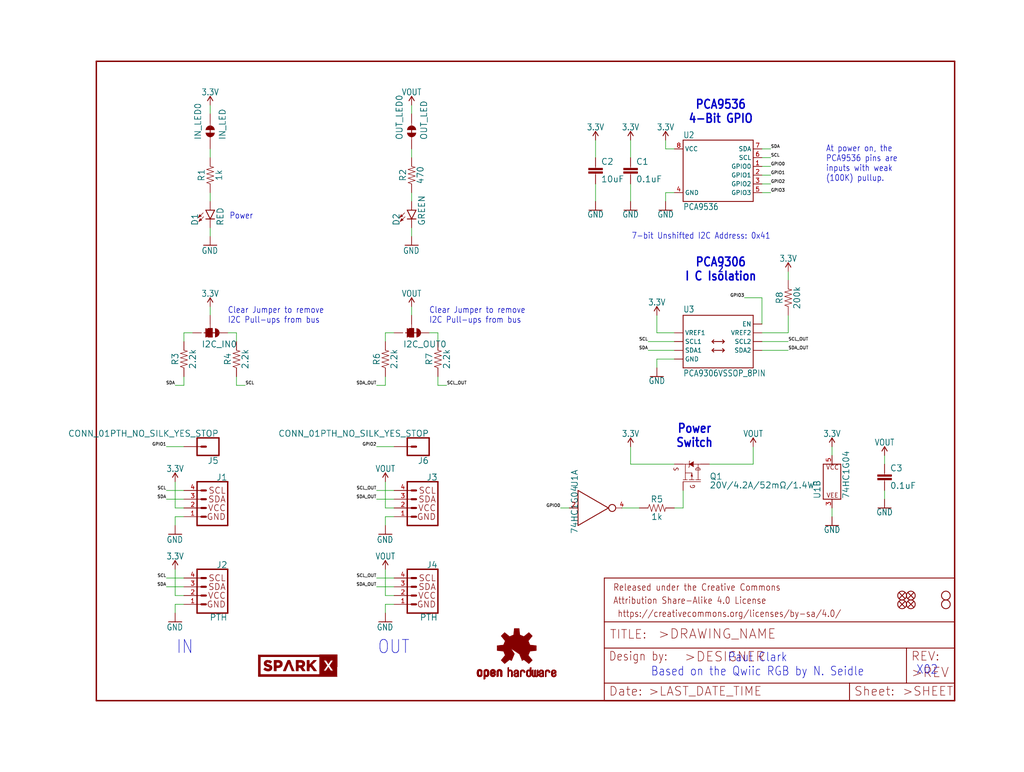
<source format=kicad_sch>
(kicad_sch (version 20211123) (generator eeschema)
  (paper "User" 297.002 223.926)
  (lib_symbols
    (symbol "eagleSchem-eagle-import:0.1UF-0603-25V-(+80{slash}-20%)"
      (property "Reference" "C" (at 1.524 2.921 0))
      (property "Value" "0.1UF-0603-25V-(+80{slash}-20%)" (at 1.524 -2.159 0))
      (symbol "0.1UF-0603-25V-(+80{slash}-20%)_1_0"
        (pin passive line (at 0 5.08 270) (length 2.54) (name "1") (number "1"))
        (pin passive line (at 0 -2.54 90) (length 2.54) (name "2") (number "2"))
      )
    )
    (symbol "eagleSchem-eagle-import:10UF-0603-6.3V-20%"
      (property "Reference" "C" (at 1.524 2.921 0))
      (property "Value" "10UF-0603-6.3V-20%" (at 1.524 -2.159 0))
      (symbol "10UF-0603-6.3V-20%_1_0"
        (pin passive line (at 0 5.08 270) (length 2.54) (name "1") (number "1"))
        (pin passive line (at 0 -2.54 90) (length 2.54) (name "2") (number "2"))
      )
    )
    (symbol "eagleSchem-eagle-import:1KOHM-0603-1{slash}10W-1%"
      (property "Reference" "R" (at 0 1.524 0))
      (property "Value" "1KOHM-0603-1{slash}10W-1%" (at 0 -1.524 0))
      (symbol "1KOHM-0603-1{slash}10W-1%_1_0"
        (pin passive line (at -5.08 0 0) (length 2.54) (name "1") (number "1"))
        (pin passive line (at 5.08 0 180) (length 2.54) (name "2") (number "2"))
      )
    )
    (symbol "eagleSchem-eagle-import:2.2KOHM-0603-1{slash}10W-1%"
      (property "Reference" "R" (at 0 1.524 0))
      (property "Value" "2.2KOHM-0603-1{slash}10W-1%" (at 0 -1.524 0))
      (symbol "2.2KOHM-0603-1{slash}10W-1%_1_0"
        (pin passive line (at -5.08 0 0) (length 2.54) (name "1") (number "1"))
        (pin passive line (at 5.08 0 180) (length 2.54) (name "2") (number "2"))
      )
    )
    (symbol "eagleSchem-eagle-import:200KOHM-0603-1{slash}10W-1%"
      (property "Reference" "R" (at 0 1.524 0))
      (property "Value" "200KOHM-0603-1{slash}10W-1%" (at 0 -1.524 0))
      (symbol "200KOHM-0603-1{slash}10W-1%_1_0"
        (pin passive line (at -5.08 0 0) (length 2.54) (name "1") (number "1"))
        (pin passive line (at 5.08 0 180) (length 2.54) (name "2") (number "2"))
      )
    )
    (symbol "eagleSchem-eagle-import:3.3V" (power)
      (property "Value" "3.3V" (at 0 2.794 0))
      (symbol "3.3V_1_0"
        (pin power_in line (at 0 0 90) (length 2.54) (name "3.3V") (number "1"))
      )
    )
    (symbol "eagleSchem-eagle-import:470OHM-0603-1{slash}10W-1%"
      (property "Reference" "R" (at 0 1.524 0))
      (property "Value" "470OHM-0603-1{slash}10W-1%" (at 0 -1.524 0))
      (symbol "470OHM-0603-1{slash}10W-1%_1_0"
        (pin passive line (at -5.08 0 0) (length 2.54) (name "1") (number "1"))
        (pin passive line (at 5.08 0 180) (length 2.54) (name "2") (number "2"))
      )
    )
    (symbol "eagleSchem-eagle-import:741G04"
      (property "Reference" "U" (at -3.302 -5.08 90))
      (property "Value" "741G04" (at 5.08 -5.08 90))
      (symbol "741G04_1_0"
        (pin bidirectional line (at -5.08 0 0) (length 2.54) (name "A") (number "2"))
        (pin bidirectional line (at 10.16 0 180) (length 0) (name "Y") (number "4"))
      )
      (symbol "741G04_2_0"
        (text "VCC" (at 0.127 3.429 0) (effects (font (size 1.27 1.27)) (justify bottom)))
        (text "VEE" (at 0.127 -4.699 0) (effects (font (size 1.27 1.27)) (justify bottom)))
        (pin bidirectional line (at 0 -7.62 90) (length 2.54) (name "P$V-") (number "3"))
        (pin bidirectional line (at 0 7.62 270) (length 2.54) (name "P$V+") (number "5"))
      )
    )
    (symbol "eagleSchem-eagle-import:CONN_01PTH_NO_SILK_YES_STOP"
      (property "Reference" "J" (at -2.54 3.048 0))
      (property "Value" "CONN_01PTH_NO_SILK_YES_STOP" (at -2.54 -4.826 0))
      (symbol "CONN_01PTH_NO_SILK_YES_STOP_1_0"
        (pin passive line (at 7.62 0 180) (length 5.08) (name "1") (number "1"))
      )
    )
    (symbol "eagleSchem-eagle-import:FIDUCIAL1X2")
    (symbol "eagleSchem-eagle-import:FRAME-LETTER"
      (symbol "FRAME-LETTER_2_0"
        (text " https://creativecommons.org/licenses/by-sa/4.0/" (at 2.54 24.13 0) (effects (font (size 1.9304 1.6408)) (justify left bottom)))
        (text ">DESIGNER" (at 23.114 11.176 0) (effects (font (size 2.7432 2.7432)) (justify left bottom)))
        (text ">DRAWING_NAME" (at 15.494 17.78 0) (effects (font (size 2.7432 2.7432)) (justify left bottom)))
        (text ">LAST_DATE_TIME" (at 12.7 1.27 0) (effects (font (size 2.54 2.54)) (justify left bottom)))
        (text ">REV" (at 88.9 6.604 0) (effects (font (size 2.7432 2.7432)) (justify left bottom)))
        (text ">SHEET" (at 86.36 1.27 0) (effects (font (size 2.54 2.54)) (justify left bottom)))
        (text "Attribution Share-Alike 4.0 License" (at 2.54 27.94 0) (effects (font (size 1.9304 1.6408)) (justify left bottom)))
        (text "Date:" (at 1.27 1.27 0) (effects (font (size 2.54 2.54)) (justify left bottom)))
        (text "Design by:" (at 1.27 11.43 0) (effects (font (size 2.54 2.159)) (justify left bottom)))
        (text "Released under the Creative Commons" (at 2.54 31.75 0) (effects (font (size 1.9304 1.6408)) (justify left bottom)))
        (text "REV:" (at 88.9 11.43 0) (effects (font (size 2.54 2.54)) (justify left bottom)))
        (text "Sheet:" (at 72.39 1.27 0) (effects (font (size 2.54 2.54)) (justify left bottom)))
        (text "TITLE:" (at 1.524 17.78 0) (effects (font (size 2.54 2.54)) (justify left bottom)))
      )
    )
    (symbol "eagleSchem-eagle-import:GND" (power)
      (property "Value" "GND" (at 0 -0.254 0))
      (symbol "GND_1_0"
        (pin power_in line (at 0 2.54 270) (length 2.54) (name "GND") (number "1"))
      )
    )
    (symbol "eagleSchem-eagle-import:I2C_STANDARDQWIIC"
      (property "Reference" "J" (at -5.08 7.874 0))
      (property "Value" "I2C_STANDARDQWIIC" (at -5.08 -5.334 0))
      (symbol "I2C_STANDARDQWIIC_1_0"
        (text "GND" (at -4.572 -2.54 0) (effects (font (size 1.778 1.778)) (justify left)))
        (text "SCL" (at -4.572 5.08 0) (effects (font (size 1.778 1.778)) (justify left)))
        (text "SDA" (at -4.572 2.54 0) (effects (font (size 1.778 1.778)) (justify left)))
        (text "VCC" (at -4.572 0 0) (effects (font (size 1.778 1.778)) (justify left)))
        (pin power_in line (at 7.62 -2.54 180) (length 5.08) (name "1") (number "1"))
        (pin power_in line (at 7.62 0 180) (length 5.08) (name "2") (number "2"))
        (pin passive line (at 7.62 2.54 180) (length 5.08) (name "3") (number "3"))
        (pin passive line (at 7.62 5.08 180) (length 5.08) (name "4") (number "4"))
      )
    )
    (symbol "eagleSchem-eagle-import:I2C_STANDARD_NO_SILK"
      (property "Reference" "J" (at -5.08 7.874 0))
      (property "Value" "I2C_STANDARD_NO_SILK" (at -5.08 -5.334 0))
      (symbol "I2C_STANDARD_NO_SILK_1_0"
        (text "GND" (at -4.572 -2.54 0) (effects (font (size 1.778 1.778)) (justify left)))
        (text "SCL" (at -4.572 5.08 0) (effects (font (size 1.778 1.778)) (justify left)))
        (text "SDA" (at -4.572 2.54 0) (effects (font (size 1.778 1.778)) (justify left)))
        (text "VCC" (at -4.572 0 0) (effects (font (size 1.778 1.778)) (justify left)))
        (pin power_in line (at 7.62 -2.54 180) (length 5.08) (name "1") (number "1"))
        (pin power_in line (at 7.62 0 180) (length 5.08) (name "2") (number "2"))
        (pin passive line (at 7.62 2.54 180) (length 5.08) (name "3") (number "3"))
        (pin passive line (at 7.62 5.08 180) (length 5.08) (name "4") (number "4"))
      )
    )
    (symbol "eagleSchem-eagle-import:JUMPER-SMT_2_NC_TRACE_SILK"
      (property "Reference" "JP" (at 0 3.048 0))
      (property "Value" "JUMPER-SMT_2_NC_TRACE_SILK" (at 0 -3.048 0))
      (symbol "JUMPER-SMT_2_NC_TRACE_SILK_1_0"
        (pin passive line (at -5.08 0 0) (length 2.54) (name "1") (number "1"))
        (pin passive line (at 5.08 0 180) (length 2.54) (name "2") (number "2"))
      )
    )
    (symbol "eagleSchem-eagle-import:JUMPER-SMT_3_2-NC_TRACE_SILK"
      (property "Reference" "JP" (at 6.096 1.524 0))
      (property "Value" "JUMPER-SMT_3_2-NC_TRACE_SILK" (at 6.858 -1.524 0))
      (symbol "JUMPER-SMT_3_2-NC_TRACE_SILK_1_0"
        (pin passive line (at 0 5.08 270) (length 2.54) (name "1") (number "1"))
        (pin passive line (at -5.08 0 0) (length 2.54) (name "2") (number "2"))
        (pin passive line (at 0 -5.08 90) (length 2.54) (name "3") (number "3"))
      )
    )
    (symbol "eagleSchem-eagle-import:LED-GREEN0603"
      (property "Reference" "D" (at -3.429 -4.572 90))
      (property "Value" "LED-GREEN0603" (at 1.905 -4.572 90))
      (symbol "LED-GREEN0603_1_0"
        (pin passive line (at 0 2.54 270) (length 2.54) (name "A") (number "A"))
        (pin passive line (at 0 -5.08 90) (length 2.54) (name "C") (number "C"))
      )
    )
    (symbol "eagleSchem-eagle-import:LED-RED0603"
      (property "Reference" "D" (at -3.429 -4.572 90))
      (property "Value" "LED-RED0603" (at 1.905 -4.572 90))
      (symbol "LED-RED0603_1_0"
        (pin passive line (at 0 2.54 270) (length 2.54) (name "A") (number "A"))
        (pin passive line (at 0 -5.08 90) (length 2.54) (name "C") (number "C"))
      )
    )
    (symbol "eagleSchem-eagle-import:MOSFET_PCH-DMG2305UX-7"
      (property "Reference" "Q" (at 5.08 0 0))
      (property "Value" "MOSFET_PCH-DMG2305UX-7" (at 5.08 -2.54 0))
      (symbol "MOSFET_PCH-DMG2305UX-7_1_0"
        (text "D" (at 0.508 2.54 0) (effects (font (size 1.27 1.0795)) (justify left bottom)))
        (text "G" (at -3.302 -0.508 0) (effects (font (size 1.27 1.0795)) (justify right top)))
        (text "S" (at 0.508 -3.81 0) (effects (font (size 1.27 1.0795)) (justify left bottom)))
        (pin bidirectional line (at -5.08 -2.54 0) (length 2.54) (name "G") (number "1"))
        (pin bidirectional line (at 2.54 -5.08 90) (length 2.54) (name "S") (number "2"))
        (pin bidirectional line (at 2.54 5.08 270) (length 2.54) (name "D") (number "3"))
      )
    )
    (symbol "eagleSchem-eagle-import:OSHW-LOGOMINI")
    (symbol "eagleSchem-eagle-import:PCA9306VSSOP_8PIN"
      (property "Reference" "U" (at -10.16 8.382 0))
      (property "Value" "PCA9306VSSOP_8PIN" (at -10.16 -10.16 0))
      (symbol "PCA9306VSSOP_8PIN_1_0"
        (pin power_in line (at -12.7 -5.08 0) (length 2.54) (name "GND") (number "P1"))
        (pin power_in line (at -12.7 2.54 0) (length 2.54) (name "VREF1") (number "P2"))
        (pin bidirectional line (at -12.7 0 0) (length 2.54) (name "SCL1") (number "P3"))
        (pin bidirectional line (at -12.7 -2.54 0) (length 2.54) (name "SDA1") (number "P4"))
        (pin bidirectional line (at 12.7 -2.54 180) (length 2.54) (name "SDA2") (number "P5"))
        (pin bidirectional line (at 12.7 0 180) (length 2.54) (name "SCL2") (number "P6"))
        (pin power_in line (at 12.7 2.54 180) (length 2.54) (name "VREF2") (number "P7"))
        (pin input line (at 12.7 5.08 180) (length 2.54) (name "EN") (number "P8"))
      )
    )
    (symbol "eagleSchem-eagle-import:PCA9536"
      (property "Reference" "U" (at -10.16 8.128 0))
      (property "Value" "PCA9536" (at -10.16 -12.7 0))
      (symbol "PCA9536_1_0"
        (pin bidirectional line (at 12.7 0 180) (length 2.54) (name "GPIO0") (number "1"))
        (pin bidirectional line (at 12.7 -2.54 180) (length 2.54) (name "GPIO1") (number "2"))
        (pin bidirectional line (at 12.7 -5.08 180) (length 2.54) (name "GPIO2") (number "3"))
        (pin bidirectional line (at -12.7 -7.62 0) (length 2.54) (name "GND") (number "4"))
        (pin bidirectional line (at 12.7 -7.62 180) (length 2.54) (name "GPIO3") (number "5"))
        (pin bidirectional line (at 12.7 2.54 180) (length 2.54) (name "SCL") (number "6"))
        (pin bidirectional line (at 12.7 5.08 180) (length 2.54) (name "SDA") (number "7"))
        (pin bidirectional line (at -12.7 5.08 0) (length 2.54) (name "VCC") (number "8"))
      )
    )
    (symbol "eagleSchem-eagle-import:SPARKX-LOGO4")
    (symbol "eagleSchem-eagle-import:STAND-OFF")
    (symbol "eagleSchem-eagle-import:VOUT" (power)
      (property "Value" "VOUT" (at 0 2.794 0))
      (symbol "VOUT_1_0"
        (pin power_in line (at 0 0 90) (length 2.54) (name "VOUT") (number "1"))
      )
    )
  )
  (wire (pts (xy 50.8 147.32) (xy 50.8 139.7)))
  (wire (pts (xy 111.76 111.76) (xy 109.22 111.76)))
  (wire (pts (xy 241.3 132.08) (xy 241.3 129.54)))
  (wire (pts (xy 220.98 53.34) (xy 223.52 53.34)))
  (wire (pts (xy 53.34 172.72) (xy 50.8 172.72)))
  (wire (pts (xy 114.3 167.64) (xy 109.22 167.64)))
  (wire (pts (xy 228.6 81.28) (xy 228.6 78.74)))
  (wire (pts (xy 220.98 43.18) (xy 223.52 43.18)))
  (wire (pts (xy 60.96 58.42) (xy 60.96 55.88)))
  (wire (pts (xy 119.38 33.02) (xy 119.38 30.48)))
  (wire (pts (xy 60.96 68.58) (xy 60.96 66.04)))
  (wire (pts (xy 220.98 55.88) (xy 223.52 55.88)))
  (wire (pts (xy 165.1 147.32) (xy 162.56 147.32)))
  (wire (pts (xy 111.76 99.06) (xy 111.76 96.52)))
  (wire (pts (xy 53.34 111.76) (xy 53.34 109.22)))
  (wire (pts (xy 198.12 147.32) (xy 198.12 142.24)))
  (wire (pts (xy 111.76 111.76) (xy 111.76 109.22)))
  (wire (pts (xy 53.34 167.64) (xy 48.26 167.64)))
  (wire (pts (xy 127 111.76) (xy 129.54 111.76)))
  (wire (pts (xy 220.98 96.52) (xy 228.6 96.52)))
  (wire (pts (xy 220.98 48.26) (xy 223.52 48.26)))
  (wire (pts (xy 241.3 147.32) (xy 241.3 149.86)))
  (wire (pts (xy 195.58 147.32) (xy 198.12 147.32)))
  (wire (pts (xy 220.98 99.06) (xy 228.6 99.06)))
  (wire (pts (xy 114.3 170.18) (xy 109.22 170.18)))
  (wire (pts (xy 53.34 129.54) (xy 48.26 129.54)))
  (wire (pts (xy 111.76 96.52) (xy 114.3 96.52)))
  (wire (pts (xy 111.76 147.32) (xy 111.76 139.7)))
  (wire (pts (xy 195.58 101.6) (xy 187.96 101.6)))
  (wire (pts (xy 53.34 96.52) (xy 55.88 96.52)))
  (wire (pts (xy 53.34 144.78) (xy 48.26 144.78)))
  (wire (pts (xy 119.38 55.88) (xy 119.38 58.42)))
  (wire (pts (xy 256.54 134.62) (xy 256.54 132.08)))
  (wire (pts (xy 50.8 149.86) (xy 50.8 152.4)))
  (wire (pts (xy 182.88 58.42) (xy 182.88 53.34)))
  (wire (pts (xy 50.8 172.72) (xy 50.8 165.1)))
  (wire (pts (xy 68.58 111.76) (xy 68.58 109.22)))
  (wire (pts (xy 114.3 172.72) (xy 111.76 172.72)))
  (wire (pts (xy 182.88 134.62) (xy 182.88 129.54)))
  (wire (pts (xy 53.34 142.24) (xy 48.26 142.24)))
  (wire (pts (xy 193.04 43.18) (xy 193.04 40.64)))
  (wire (pts (xy 68.58 99.06) (xy 68.58 96.52)))
  (wire (pts (xy 111.76 175.26) (xy 111.76 177.8)))
  (wire (pts (xy 127 99.06) (xy 127 96.52)))
  (wire (pts (xy 180.34 147.32) (xy 185.42 147.32)))
  (wire (pts (xy 195.58 55.88) (xy 193.04 55.88)))
  (wire (pts (xy 218.44 134.62) (xy 218.44 129.54)))
  (wire (pts (xy 195.58 134.62) (xy 182.88 134.62)))
  (wire (pts (xy 195.58 104.14) (xy 190.5 104.14)))
  (wire (pts (xy 119.38 45.72) (xy 119.38 43.18)))
  (wire (pts (xy 127 111.76) (xy 127 109.22)))
  (wire (pts (xy 68.58 96.52) (xy 66.04 96.52)))
  (wire (pts (xy 60.96 88.9) (xy 60.96 91.44)))
  (wire (pts (xy 53.34 111.76) (xy 50.8 111.76)))
  (wire (pts (xy 53.34 99.06) (xy 53.34 96.52)))
  (wire (pts (xy 119.38 66.04) (xy 119.38 68.58)))
  (wire (pts (xy 60.96 33.02) (xy 60.96 30.48)))
  (wire (pts (xy 111.76 172.72) (xy 111.76 165.1)))
  (wire (pts (xy 205.74 134.62) (xy 218.44 134.62)))
  (wire (pts (xy 53.34 170.18) (xy 48.26 170.18)))
  (wire (pts (xy 190.5 96.52) (xy 190.5 91.44)))
  (wire (pts (xy 220.98 86.36) (xy 215.9 86.36)))
  (wire (pts (xy 127 96.52) (xy 124.46 96.52)))
  (wire (pts (xy 182.88 45.72) (xy 182.88 40.64)))
  (wire (pts (xy 193.04 55.88) (xy 193.04 58.42)))
  (wire (pts (xy 190.5 104.14) (xy 190.5 106.68)))
  (wire (pts (xy 114.3 149.86) (xy 111.76 149.86)))
  (wire (pts (xy 114.3 147.32) (xy 111.76 147.32)))
  (wire (pts (xy 60.96 43.18) (xy 60.96 45.72)))
  (wire (pts (xy 114.3 175.26) (xy 111.76 175.26)))
  (wire (pts (xy 220.98 50.8) (xy 223.52 50.8)))
  (wire (pts (xy 111.76 149.86) (xy 111.76 152.4)))
  (wire (pts (xy 50.8 175.26) (xy 50.8 177.8)))
  (wire (pts (xy 53.34 175.26) (xy 50.8 175.26)))
  (wire (pts (xy 228.6 96.52) (xy 228.6 91.44)))
  (wire (pts (xy 114.3 129.54) (xy 109.22 129.54)))
  (wire (pts (xy 172.72 58.42) (xy 172.72 53.34)))
  (wire (pts (xy 172.72 45.72) (xy 172.72 40.64)))
  (wire (pts (xy 195.58 43.18) (xy 193.04 43.18)))
  (wire (pts (xy 53.34 149.86) (xy 50.8 149.86)))
  (wire (pts (xy 68.58 111.76) (xy 71.12 111.76)))
  (wire (pts (xy 114.3 144.78) (xy 109.22 144.78)))
  (wire (pts (xy 119.38 91.44) (xy 119.38 88.9)))
  (wire (pts (xy 220.98 93.98) (xy 220.98 86.36)))
  (wire (pts (xy 256.54 144.78) (xy 256.54 142.24)))
  (wire (pts (xy 114.3 142.24) (xy 109.22 142.24)))
  (wire (pts (xy 195.58 99.06) (xy 187.96 99.06)))
  (wire (pts (xy 220.98 45.72) (xy 223.52 45.72)))
  (wire (pts (xy 195.58 96.52) (xy 190.5 96.52)))
  (wire (pts (xy 53.34 147.32) (xy 50.8 147.32)))
  (wire (pts (xy 220.98 101.6) (xy 228.6 101.6)))
  (text "Clear Jumper to remove\nI2C Pull-ups from bus" (at 66.04 93.98 180) (effects (font (size 1.778 1.5113)) (justify left bottom)))
  (text "At power on, the\nPCA9536 pins are\ninputs with weak\n(100K) pullup." (at 239.522 52.832 0) (effects (font (size 1.778 1.5113)) (justify left bottom)))
  (text "Clear Jumper to remove\nI2C Pull-ups from bus" (at 124.46 93.98 180) (effects (font (size 1.778 1.5113)) (justify left bottom)))
  (text "OUT" (at 109.474 189.992 180) (effects (font (size 3.81 3.2385)) (justify left bottom)))
  (text "Power\nSwitch" (at 201.422 126.492 180) (effects (font (size 2.54 2.159) (thickness 0.4318) bold)))
  (text "X02" (at 265.684 195.834 180) (effects (font (size 2.54 2.159)) (justify left bottom)))
  (text "7-bit Unshifted I2C Address: 0x41" (at 183.134 69.596 180) (effects (font (size 1.778 1.5113)) (justify left bottom)))
  (text "Power" (at 66.548 63.754 180) (effects (font (size 1.778 1.5113)) (justify left bottom)))
  (text "PCA9306\nI C Isolation" (at 209.042 78.232 180) (effects (font (size 2.54 2.159) (thickness 0.4318) bold)))
  (text "IN" (at 51.054 189.992 180) (effects (font (size 3.81 3.2385)) (justify left bottom)))
  (text "2" (at 209.042 78.232 180) (effects (font (size 1.778 1.5113) (thickness 0.3023) bold)))
  (text "PCA9536\n4-Bit GPIO" (at 209.042 32.512 180) (effects (font (size 2.54 2.159) (thickness 0.4318) bold)))
  (text "Paul Clark\nBased on the Qwiic RGB by N. Seidle" (at 219.71 192.786 180) (effects (font (size 2.54 2.159))))
  (label "SDA_OUT" (at 109.22 111.76 180) (effects (font (size 0.889 0.889))))
  (label "GPIO2" (at 223.52 53.34 0) (effects (font (size 0.889 0.889))))
  (label "GPIO0" (at 223.52 48.26 0) (effects (font (size 0.889 0.889))))
  (label "SDA" (at 50.8 111.76 180) (effects (font (size 0.889 0.889))))
  (label "GPIO1" (at 223.52 50.8 0) (effects (font (size 0.889 0.889))))
  (label "GPIO0" (at 162.56 147.32 180) (effects (font (size 0.889 0.889))))
  (label "SDA_OUT" (at 228.6 101.6 0) (effects (font (size 0.889 0.889))))
  (label "SDA_OUT" (at 109.22 170.18 180) (effects (font (size 0.889 0.889))))
  (label "SDA_OUT" (at 109.22 144.78 180) (effects (font (size 0.889 0.889))))
  (label "SDA" (at 48.26 170.18 180) (effects (font (size 0.889 0.889))))
  (label "GPIO3" (at 223.52 55.88 0) (effects (font (size 0.889 0.889))))
  (label "SDA" (at 223.52 43.18 0) (effects (font (size 0.889 0.889))))
  (label "SCL_OUT" (at 228.6 99.06 0) (effects (font (size 0.889 0.889))))
  (label "SDA" (at 187.96 101.6 180) (effects (font (size 0.889 0.889))))
  (label "SCL" (at 187.96 99.06 180) (effects (font (size 0.889 0.889))))
  (label "SDA" (at 48.26 144.78 180) (effects (font (size 0.889 0.889))))
  (label "SCL_OUT" (at 109.22 142.24 180) (effects (font (size 0.889 0.889))))
  (label "GPIO2" (at 109.22 129.54 180) (effects (font (size 0.889 0.889))))
  (label "GPIO3" (at 215.9 86.36 180) (effects (font (size 0.889 0.889))))
  (label "SCL" (at 71.12 111.76 0) (effects (font (size 0.889 0.889))))
  (label "SCL_OUT" (at 109.22 167.64 180) (effects (font (size 0.889 0.889))))
  (label "SCL_OUT" (at 129.54 111.76 0) (effects (font (size 0.889 0.889))))
  (label "SCL" (at 48.26 167.64 180) (effects (font (size 0.889 0.889))))
  (label "SCL" (at 48.26 142.24 180) (effects (font (size 0.889 0.889))))
  (label "GPIO1" (at 48.26 129.54 180) (effects (font (size 0.889 0.889))))
  (label "SCL" (at 223.52 45.72 0) (effects (font (size 0.889 0.889))))
  (symbol (lib_id "eagleSchem-eagle-import:FIDUCIAL1X2") (at 264.16 175.26 0) (unit 1)
    (property "Reference" "JP1" (effects hide))
    (property "Value" "FIDUCIAL1X2" (effects hide))
    (property "Footprint" "eagleSchem:FIDUCIAL-1X2" (effects hide))
  )
  (symbol (lib_id "eagleSchem-eagle-import:JUMPER-SMT_2_NC_TRACE_SILK") (at 60.96 38.1 90) (unit 1)
    (property "Reference" "IN_LED0" (at 58.42 40.64 0) (effects (font (size 1.778 1.778)) (justify left bottom)))
    (property "Value" "IN_LED" (at 63.5 40.64 0) (effects (font (size 1.778 1.778)) (justify left top)))
    (property "Footprint" "eagleSchem:SMT-JUMPER_2_NC_TRACE_SILK" (effects hide))
  )
  (symbol (lib_id "eagleSchem-eagle-import:1KOHM-0603-1{slash}10W-1%") (at 190.5 147.32 0) (unit 1)
    (property "Reference" "R5" (at 190.5 145.796 0) (effects (font (size 1.778 1.778)) (justify bottom)))
    (property "Value" "1k" (at 190.5 148.844 0) (effects (font (size 1.778 1.778)) (justify top)))
    (property "Footprint" "eagleSchem:0603" (effects hide))
  )
  (symbol (lib_id "eagleSchem-eagle-import:GND") (at 50.8 180.34 0) (unit 1)
    (property "Reference" "#GND7" (effects hide))
    (property "Value" "GND" (at 48.26 182.88 0) (effects (font (size 1.778 1.5113)) (justify left bottom)))
    (property "Footprint" "eagleSchem:" (effects hide))
  )
  (symbol (lib_id "eagleSchem-eagle-import:STAND-OFF") (at 274.32 175.26 0) (unit 1)
    (property "Reference" "JP4" (effects hide))
    (property "Value" "STAND-OFF" (effects hide))
    (property "Footprint" "eagleSchem:STAND-OFF" (effects hide))
  )
  (symbol (lib_id "eagleSchem-eagle-import:GND") (at 111.76 154.94 0) (unit 1)
    (property "Reference" "#GND8" (effects hide))
    (property "Value" "GND" (at 109.22 157.48 0) (effects (font (size 1.778 1.5113)) (justify left bottom)))
    (property "Footprint" "eagleSchem:" (effects hide))
  )
  (symbol (lib_id "eagleSchem-eagle-import:LED-RED0603") (at 60.96 60.96 0) (unit 1)
    (property "Reference" "D1" (at 57.531 65.532 90) (effects (font (size 1.778 1.778)) (justify left bottom)))
    (property "Value" "RED" (at 62.865 65.532 90) (effects (font (size 1.778 1.778)) (justify left top)))
    (property "Footprint" "eagleSchem:LED-0603" (effects hide))
  )
  (symbol (lib_id "eagleSchem-eagle-import:VOUT") (at 111.76 165.1 0) (unit 1)
    (property "Reference" "#SUPPLY13" (effects hide))
    (property "Value" "VOUT" (at 111.76 162.306 0) (effects (font (size 1.778 1.5113)) (justify bottom)))
    (property "Footprint" "eagleSchem:" (effects hide))
  )
  (symbol (lib_id "eagleSchem-eagle-import:GND") (at 193.04 60.96 0) (unit 1)
    (property "Reference" "#GND9" (effects hide))
    (property "Value" "GND" (at 193.04 61.214 0) (effects (font (size 1.778 1.5113)) (justify top)))
    (property "Footprint" "eagleSchem:" (effects hide))
  )
  (symbol (lib_id "eagleSchem-eagle-import:0.1UF-0603-25V-(+80{slash}-20%)") (at 256.54 139.7 0) (unit 1)
    (property "Reference" "C3" (at 258.064 136.779 0) (effects (font (size 1.778 1.778)) (justify left bottom)))
    (property "Value" "0.1uF" (at 258.064 141.859 0) (effects (font (size 1.778 1.778)) (justify left bottom)))
    (property "Footprint" "eagleSchem:0603" (effects hide))
  )
  (symbol (lib_id "eagleSchem-eagle-import:GND") (at 60.96 71.12 0) (unit 1)
    (property "Reference" "#GND3" (effects hide))
    (property "Value" "GND" (at 58.42 73.66 0) (effects (font (size 1.778 1.5113)) (justify left bottom)))
    (property "Footprint" "eagleSchem:" (effects hide))
  )
  (symbol (lib_id "eagleSchem-eagle-import:3.3V") (at 50.8 139.7 0) (unit 1)
    (property "Reference" "#SUPPLY4" (effects hide))
    (property "Value" "3.3V" (at 50.8 136.906 0) (effects (font (size 1.778 1.5113)) (justify bottom)))
    (property "Footprint" "eagleSchem:" (effects hide))
  )
  (symbol (lib_id "eagleSchem-eagle-import:VOUT") (at 111.76 139.7 0) (unit 1)
    (property "Reference" "#SUPPLY12" (effects hide))
    (property "Value" "VOUT" (at 111.76 136.906 0) (effects (font (size 1.778 1.5113)) (justify bottom)))
    (property "Footprint" "eagleSchem:" (effects hide))
  )
  (symbol (lib_id "eagleSchem-eagle-import:FRAME-LETTER") (at 27.94 203.2 0) (unit 1)
    (property "Reference" "FRAME1" (effects hide))
    (property "Value" "FRAME-LETTER" (effects hide))
    (property "Footprint" "eagleSchem:CREATIVE_COMMONS" (effects hide))
  )
  (symbol (lib_id "eagleSchem-eagle-import:3.3V") (at 172.72 40.64 0) (unit 1)
    (property "Reference" "#SUPPLY15" (effects hide))
    (property "Value" "3.3V" (at 172.72 37.846 0) (effects (font (size 1.778 1.5113)) (justify bottom)))
    (property "Footprint" "eagleSchem:" (effects hide))
  )
  (symbol (lib_id "eagleSchem-eagle-import:741G04") (at 170.18 147.32 0) (unit 1)
    (property "Reference" "U1" (at 167.64 141.478 90) (effects (font (size 1.778 1.778)) (justify left bottom)))
    (property "Value" "74HC1G04" (at 167.64 154.94 90) (effects (font (size 1.778 1.778)) (justify left bottom)))
    (property "Footprint" "eagleSchem:SOT353" (effects hide))
  )
  (symbol (lib_id "eagleSchem-eagle-import:I2C_STANDARDQWIIC") (at 121.92 147.32 0) (mirror y) (unit 1)
    (property "Reference" "J3" (at 127 139.446 0) (effects (font (size 1.778 1.778)) (justify left bottom)))
    (property "Value" "Qwiic Right Angle" (effects hide))
    (property "Footprint" "eagleSchem:JST04_1MM_RA" (effects hide))
  )
  (symbol (lib_id "eagleSchem-eagle-import:GND") (at 172.72 60.96 0) (unit 1)
    (property "Reference" "#GND11" (effects hide))
    (property "Value" "GND" (at 172.72 61.214 0) (effects (font (size 1.778 1.5113)) (justify top)))
    (property "Footprint" "eagleSchem:" (effects hide))
  )
  (symbol (lib_id "eagleSchem-eagle-import:VOUT") (at 218.44 129.54 0) (unit 1)
    (property "Reference" "#SUPPLY9" (effects hide))
    (property "Value" "VOUT" (at 218.44 126.746 0) (effects (font (size 1.778 1.5113)) (justify bottom)))
    (property "Footprint" "eagleSchem:" (effects hide))
  )
  (symbol (lib_id "eagleSchem-eagle-import:1KOHM-0603-1{slash}10W-1%") (at 60.96 50.8 90) (unit 1)
    (property "Reference" "R1" (at 59.436 50.8 0) (effects (font (size 1.778 1.778)) (justify bottom)))
    (property "Value" "1k" (at 62.484 50.8 0) (effects (font (size 1.778 1.778)) (justify top)))
    (property "Footprint" "eagleSchem:0603" (effects hide))
  )
  (symbol (lib_id "eagleSchem-eagle-import:VOUT") (at 119.38 88.9 0) (unit 1)
    (property "Reference" "#SUPPLY14" (effects hide))
    (property "Value" "VOUT" (at 119.38 86.106 0) (effects (font (size 1.778 1.5113)) (justify bottom)))
    (property "Footprint" "eagleSchem:" (effects hide))
  )
  (symbol (lib_id "eagleSchem-eagle-import:GND") (at 182.88 60.96 0) (unit 1)
    (property "Reference" "#GND4" (effects hide))
    (property "Value" "GND" (at 182.88 61.214 0) (effects (font (size 1.778 1.5113)) (justify top)))
    (property "Footprint" "eagleSchem:" (effects hide))
  )
  (symbol (lib_id "eagleSchem-eagle-import:JUMPER-SMT_2_NC_TRACE_SILK") (at 119.38 38.1 90) (unit 1)
    (property "Reference" "OUT_LED0" (at 116.84 40.64 0) (effects (font (size 1.778 1.778)) (justify left bottom)))
    (property "Value" "OUT_LED" (at 121.92 40.64 0) (effects (font (size 1.778 1.778)) (justify left top)))
    (property "Footprint" "eagleSchem:SMT-JUMPER_2_NC_TRACE_SILK" (effects hide))
  )
  (symbol (lib_id "eagleSchem-eagle-import:STAND-OFF") (at 274.32 172.72 0) (unit 1)
    (property "Reference" "JP3" (effects hide))
    (property "Value" "STAND-OFF" (effects hide))
    (property "Footprint" "eagleSchem:STAND-OFF" (effects hide))
  )
  (symbol (lib_id "eagleSchem-eagle-import:10UF-0603-6.3V-20%") (at 172.72 50.8 0) (unit 1)
    (property "Reference" "C2" (at 174.244 47.879 0) (effects (font (size 1.778 1.778)) (justify left bottom)))
    (property "Value" "10uF" (at 174.244 52.959 0) (effects (font (size 1.778 1.778)) (justify left bottom)))
    (property "Footprint" "eagleSchem:0603" (effects hide))
  )
  (symbol (lib_id "eagleSchem-eagle-import:3.3V") (at 241.3 129.54 0) (unit 1)
    (property "Reference" "#SUPPLY5" (effects hide))
    (property "Value" "3.3V" (at 241.3 126.746 0) (effects (font (size 1.778 1.5113)) (justify bottom)))
    (property "Footprint" "eagleSchem:" (effects hide))
  )
  (symbol (lib_id "eagleSchem-eagle-import:CONN_01PTH_NO_SILK_YES_STOP") (at 60.96 129.54 180) (unit 1)
    (property "Reference" "J5" (at 63.5 132.588 0) (effects (font (size 1.778 1.778)) (justify left bottom)))
    (property "Value" "CONN_01PTH_NO_SILK_YES_STOP" (at 63.5 124.714 0) (effects (font (size 1.778 1.778)) (justify left bottom)))
    (property "Footprint" "eagleSchem:1X01_NO_SILK" (effects hide))
  )
  (symbol (lib_id "eagleSchem-eagle-import:LED-GREEN0603") (at 119.38 60.96 0) (unit 1)
    (property "Reference" "D2" (at 115.951 65.532 90) (effects (font (size 1.778 1.778)) (justify left bottom)))
    (property "Value" "GREEN" (at 121.285 65.532 90) (effects (font (size 1.778 1.778)) (justify left top)))
    (property "Footprint" "eagleSchem:LED-0603" (effects hide))
  )
  (symbol (lib_id "eagleSchem-eagle-import:2.2KOHM-0603-1{slash}10W-1%") (at 68.58 104.14 90) (unit 1)
    (property "Reference" "R4" (at 67.056 104.14 0) (effects (font (size 1.778 1.778)) (justify bottom)))
    (property "Value" "2.2k" (at 70.104 104.14 0) (effects (font (size 1.778 1.778)) (justify top)))
    (property "Footprint" "eagleSchem:0603" (effects hide))
  )
  (symbol (lib_id "eagleSchem-eagle-import:VOUT") (at 119.38 30.48 0) (unit 1)
    (property "Reference" "#SUPPLY3" (effects hide))
    (property "Value" "VOUT" (at 119.38 27.686 0) (effects (font (size 1.778 1.5113)) (justify bottom)))
    (property "Footprint" "eagleSchem:" (effects hide))
  )
  (symbol (lib_id "eagleSchem-eagle-import:3.3V") (at 190.5 91.44 0) (unit 1)
    (property "Reference" "#SUPPLY16" (effects hide))
    (property "Value" "3.3V" (at 190.5 88.646 0) (effects (font (size 1.778 1.5113)) (justify bottom)))
    (property "Footprint" "eagleSchem:" (effects hide))
  )
  (symbol (lib_id "eagleSchem-eagle-import:FIDUCIAL1X2") (at 264.16 172.72 0) (unit 1)
    (property "Reference" "JP6" (effects hide))
    (property "Value" "FIDUCIAL1X2" (effects hide))
    (property "Footprint" "eagleSchem:FIDUCIAL-1X2" (effects hide))
  )
  (symbol (lib_id "eagleSchem-eagle-import:2.2KOHM-0603-1{slash}10W-1%") (at 53.34 104.14 90) (unit 1)
    (property "Reference" "R3" (at 51.816 104.14 0) (effects (font (size 1.778 1.778)) (justify bottom)))
    (property "Value" "2.2k" (at 54.864 104.14 0) (effects (font (size 1.778 1.778)) (justify top)))
    (property "Footprint" "eagleSchem:0603" (effects hide))
  )
  (symbol (lib_id "eagleSchem-eagle-import:GND") (at 50.8 154.94 0) (unit 1)
    (property "Reference" "#GND6" (effects hide))
    (property "Value" "GND" (at 48.26 157.48 0) (effects (font (size 1.778 1.5113)) (justify left bottom)))
    (property "Footprint" "eagleSchem:" (effects hide))
  )
  (symbol (lib_id "eagleSchem-eagle-import:FIDUCIAL1X2") (at 261.62 175.26 0) (unit 1)
    (property "Reference" "JP5" (effects hide))
    (property "Value" "FIDUCIAL1X2" (effects hide))
    (property "Footprint" "eagleSchem:FIDUCIAL-1X2" (effects hide))
  )
  (symbol (lib_id "eagleSchem-eagle-import:GND") (at 111.76 180.34 0) (unit 1)
    (property "Reference" "#GND10" (effects hide))
    (property "Value" "GND" (at 109.22 182.88 0) (effects (font (size 1.778 1.5113)) (justify left bottom)))
    (property "Footprint" "eagleSchem:" (effects hide))
  )
  (symbol (lib_id "eagleSchem-eagle-import:GND") (at 256.54 147.32 0) (unit 1)
    (property "Reference" "#GND1" (effects hide))
    (property "Value" "GND" (at 256.54 147.574 0) (effects (font (size 1.778 1.5113)) (justify top)))
    (property "Footprint" "eagleSchem:" (effects hide))
  )
  (symbol (lib_id "eagleSchem-eagle-import:CONN_01PTH_NO_SILK_YES_STOP") (at 121.92 129.54 180) (unit 1)
    (property "Reference" "J6" (at 124.46 132.588 0) (effects (font (size 1.778 1.778)) (justify left bottom)))
    (property "Value" "CONN_01PTH_NO_SILK_YES_STOP" (at 124.46 124.714 0) (effects (font (size 1.778 1.778)) (justify left bottom)))
    (property "Footprint" "eagleSchem:1X01_NO_SILK" (effects hide))
  )
  (symbol (lib_id "eagleSchem-eagle-import:I2C_STANDARD_NO_SILK") (at 121.92 172.72 0) (mirror y) (unit 1)
    (property "Reference" "J4" (at 127 164.846 0) (effects (font (size 1.778 1.778)) (justify left bottom)))
    (property "Value" "PTH" (at 127 178.054 0) (effects (font (size 1.778 1.778)) (justify left top)))
    (property "Footprint" "eagleSchem:1X04_NO_SILK" (effects hide))
  )
  (symbol (lib_id "eagleSchem-eagle-import:0.1UF-0603-25V-(+80{slash}-20%)") (at 182.88 50.8 0) (unit 1)
    (property "Reference" "C1" (at 184.404 47.879 0) (effects (font (size 1.778 1.778)) (justify left bottom)))
    (property "Value" "0.1uF" (at 184.404 52.959 0) (effects (font (size 1.778 1.778)) (justify left bottom)))
    (property "Footprint" "eagleSchem:0603" (effects hide))
  )
  (symbol (lib_id "eagleSchem-eagle-import:GND") (at 241.3 152.4 0) (unit 1)
    (property "Reference" "#GND5" (effects hide))
    (property "Value" "GND" (at 241.3 152.654 0) (effects (font (size 1.778 1.5113)) (justify top)))
    (property "Footprint" "eagleSchem:" (effects hide))
  )
  (symbol (lib_id "eagleSchem-eagle-import:2.2KOHM-0603-1{slash}10W-1%") (at 127 104.14 90) (unit 1)
    (property "Reference" "R7" (at 125.476 104.14 0) (effects (font (size 1.778 1.778)) (justify bottom)))
    (property "Value" "2.2k" (at 128.524 104.14 0) (effects (font (size 1.778 1.778)) (justify top)))
    (property "Footprint" "eagleSchem:0603" (effects hide))
  )
  (symbol (lib_id "eagleSchem-eagle-import:741G04") (at 241.3 139.7 0) (unit 2)
    (property "Reference" "U1" (at 237.998 144.78 90) (effects (font (size 1.778 1.778)) (justify left bottom)))
    (property "Value" "74HC1G04" (at 246.38 144.78 90) (effects (font (size 1.778 1.778)) (justify left bottom)))
    (property "Footprint" "eagleSchem:SOT353" (effects hide))
  )
  (symbol (lib_id "eagleSchem-eagle-import:2.2KOHM-0603-1{slash}10W-1%") (at 111.76 104.14 90) (unit 1)
    (property "Reference" "R6" (at 110.236 104.14 0) (effects (font (size 1.778 1.778)) (justify bottom)))
    (property "Value" "2.2k" (at 113.284 104.14 0) (effects (font (size 1.778 1.778)) (justify top)))
    (property "Footprint" "eagleSchem:0603" (effects hide))
  )
  (symbol (lib_id "eagleSchem-eagle-import:470OHM-0603-1{slash}10W-1%") (at 119.38 50.8 90) (unit 1)
    (property "Reference" "R2" (at 117.856 50.8 0) (effects (font (size 1.778 1.778)) (justify bottom)))
    (property "Value" "470" (at 120.904 50.8 0) (effects (font (size 1.778 1.778)) (justify top)))
    (property "Footprint" "eagleSchem:0603" (effects hide))
  )
  (symbol (lib_id "eagleSchem-eagle-import:200KOHM-0603-1{slash}10W-1%") (at 228.6 86.36 90) (unit 1)
    (property "Reference" "R8" (at 227.076 86.36 0) (effects (font (size 1.778 1.778)) (justify bottom)))
    (property "Value" "200k" (at 230.124 86.36 0) (effects (font (size 1.778 1.778)) (justify top)))
    (property "Footprint" "eagleSchem:0603" (effects hide))
  )
  (symbol (lib_id "eagleSchem-eagle-import:I2C_STANDARDQWIIC") (at 60.96 147.32 0) (mirror y) (unit 1)
    (property "Reference" "J1" (at 66.04 139.446 0) (effects (font (size 1.778 1.778)) (justify left bottom)))
    (property "Value" "Qwiic Right Angle" (effects hide))
    (property "Footprint" "eagleSchem:JST04_1MM_RA" (effects hide))
  )
  (symbol (lib_id "eagleSchem-eagle-import:I2C_STANDARD_NO_SILK") (at 60.96 172.72 0) (mirror y) (unit 1)
    (property "Reference" "J2" (at 66.04 164.846 0) (effects (font (size 1.778 1.778)) (justify left bottom)))
    (property "Value" "PTH" (at 66.04 178.054 0) (effects (font (size 1.778 1.778)) (justify left top)))
    (property "Footprint" "eagleSchem:1X04_NO_SILK" (effects hide))
  )
  (symbol (lib_id "eagleSchem-eagle-import:MOSFET_PCH-DMG2305UX-7") (at 200.66 137.16 270) (mirror x) (unit 1)
    (property "Reference" "Q1" (at 205.74 137.16 90) (effects (font (size 1.778 1.778)) (justify left bottom)))
    (property "Value" "20V/4.2A/52mΩ/1.4W" (at 205.74 139.7 90) (effects (font (size 1.778 1.778)) (justify left bottom)))
    (property "Footprint" "eagleSchem:SOT23-3" (effects hide))
  )
  (symbol (lib_id "eagleSchem-eagle-import:VOUT") (at 256.54 132.08 0) (unit 1)
    (property "Reference" "#SUPPLY2" (effects hide))
    (property "Value" "VOUT" (at 256.54 129.286 0) (effects (font (size 1.778 1.5113)) (justify bottom)))
    (property "Footprint" "eagleSchem:" (effects hide))
  )
  (symbol (lib_id "eagleSchem-eagle-import:PCA9306VSSOP_8PIN") (at 208.28 99.06 0) (unit 1)
    (property "Reference" "U3" (at 198.12 90.678 0) (effects (font (size 1.778 1.5113)) (justify left bottom)))
    (property "Value" "PCA9306VSSOP_8PIN" (at 198.12 109.22 0) (effects (font (size 1.778 1.5113)) (justify left bottom)))
    (property "Footprint" "eagleSchem:VSSOP_8PIN" (effects hide))
  )
  (symbol (lib_id "eagleSchem-eagle-import:3.3V") (at 60.96 88.9 0) (unit 1)
    (property "Reference" "#SUPPLY1" (effects hide))
    (property "Value" "3.3V" (at 60.96 86.106 0) (effects (font (size 1.778 1.5113)) (justify bottom)))
    (property "Footprint" "eagleSchem:" (effects hide))
  )
  (symbol (lib_id "eagleSchem-eagle-import:GND") (at 190.5 109.22 0) (unit 1)
    (property "Reference" "#GND12" (effects hide))
    (property "Value" "GND" (at 190.5 109.474 0) (effects (font (size 1.778 1.5113)) (justify top)))
    (property "Footprint" "eagleSchem:" (effects hide))
  )
  (symbol (lib_id "eagleSchem-eagle-import:3.3V") (at 50.8 165.1 0) (unit 1)
    (property "Reference" "#SUPPLY7" (effects hide))
    (property "Value" "3.3V" (at 50.8 162.306 0) (effects (font (size 1.778 1.5113)) (justify bottom)))
    (property "Footprint" "eagleSchem:" (effects hide))
  )
  (symbol (lib_id "eagleSchem-eagle-import:3.3V") (at 182.88 40.64 0) (unit 1)
    (property "Reference" "#SUPPLY6" (effects hide))
    (property "Value" "3.3V" (at 182.88 37.846 0) (effects (font (size 1.778 1.5113)) (justify bottom)))
    (property "Footprint" "eagleSchem:" (effects hide))
  )
  (symbol (lib_id "eagleSchem-eagle-import:3.3V") (at 193.04 40.64 0) (unit 1)
    (property "Reference" "#SUPPLY11" (effects hide))
    (property "Value" "3.3V" (at 193.04 37.846 0) (effects (font (size 1.778 1.5113)) (justify bottom)))
    (property "Footprint" "eagleSchem:" (effects hide))
  )
  (symbol (lib_id "eagleSchem-eagle-import:JUMPER-SMT_3_2-NC_TRACE_SILK") (at 60.96 96.52 270) (unit 1)
    (property "Reference" "I2C_IN0" (at 58.42 100.838 90) (effects (font (size 1.778 1.778)) (justify left bottom)))
    (property "Value" "JUMPER-SMT_3_2-NC_TRACE_SILK" (effects hide))
    (property "Footprint" "eagleSchem:SMT-JUMPER_3_2-NC_TRACE_SILK" (effects hide))
  )
  (symbol (lib_id "eagleSchem-eagle-import:3.3V") (at 60.96 30.48 0) (unit 1)
    (property "Reference" "#SUPPLY10" (effects hide))
    (property "Value" "3.3V" (at 60.96 27.686 0) (effects (font (size 1.778 1.5113)) (justify bottom)))
    (property "Footprint" "eagleSchem:" (effects hide))
  )
  (symbol (lib_id "eagleSchem-eagle-import:3.3V") (at 182.88 129.54 0) (unit 1)
    (property "Reference" "#SUPPLY8" (effects hide))
    (property "Value" "3.3V" (at 182.88 126.746 0) (effects (font (size 1.778 1.5113)) (justify bottom)))
    (property "Footprint" "eagleSchem:" (effects hide))
  )
  (symbol (lib_id "eagleSchem-eagle-import:3.3V") (at 228.6 78.74 0) (unit 1)
    (property "Reference" "#SUPPLY17" (effects hide))
    (property "Value" "3.3V" (at 228.6 75.946 0) (effects (font (size 1.778 1.5113)) (justify bottom)))
    (property "Footprint" "eagleSchem:" (effects hide))
  )
  (symbol (lib_id "eagleSchem-eagle-import:FIDUCIAL1X2") (at 261.62 172.72 0) (unit 1)
    (property "Reference" "JP2" (effects hide))
    (property "Value" "FIDUCIAL1X2" (effects hide))
    (property "Footprint" "eagleSchem:FIDUCIAL-1X2" (effects hide))
  )
  (symbol (lib_id "eagleSchem-eagle-import:JUMPER-SMT_3_2-NC_TRACE_SILK") (at 119.38 96.52 270) (unit 1)
    (property "Reference" "I2C_OUT0" (at 116.84 100.838 90) (effects (font (size 1.778 1.778)) (justify left bottom)))
    (property "Value" "JUMPER-SMT_3_2-NC_TRACE_SILK" (effects hide))
    (property "Footprint" "eagleSchem:SMT-JUMPER_3_2-NC_TRACE_SILK" (effects hide))
  )
  (symbol (lib_id "eagleSchem-eagle-import:OSHW-LOGOMINI") (at 149.86 187.96 0) (unit 1)
    (property "Reference" "LOGO1" (effects hide))
    (property "Value" "OSHW-LOGOMINI" (effects hide))
    (property "Footprint" "eagleSchem:OSHW-LOGO-MINI" (effects hide))
  )
  (symbol (lib_id "eagleSchem-eagle-import:SPARKX-LOGO4") (at 86.36 193.04 0) (unit 1)
    (property "Reference" "U$2" (effects hide))
    (property "Value" "SPARKX-LOGO4" (effects hide))
    (property "Footprint" "eagleSchem:SPARKX-MEDIUM" (effects hide))
  )
  (symbol (lib_id "eagleSchem-eagle-import:PCA9536") (at 208.28 48.26 0) (unit 1)
    (property "Reference" "U2" (at 198.12 40.132 0) (effects (font (size 1.778 1.5113)) (justify left bottom)))
    (property "Value" "PCA9536" (at 198.12 60.96 0) (effects (font (size 1.778 1.5113)) (justify left bottom)))
    (property "Footprint" "eagleSchem:MSOP8" (effects hide))
  )
  (symbol (lib_id "eagleSchem-eagle-import:GND") (at 119.38 71.12 0) (unit 1)
    (property "Reference" "#GND2" (effects hide))
    (property "Value" "GND" (at 116.84 73.66 0) (effects (font (size 1.778 1.5113)) (justify left bottom)))
    (property "Footprint" "eagleSchem:" (effects hide))
  )
  (symbol (lib_id "eagleSchem-eagle-import:FRAME-LETTER") (at 175.26 203.2 0) (unit 2)
    (property "Reference" "FRAME1" (effects hide))
    (property "Value" "FRAME-LETTER" (effects hide))
    (property "Footprint" "eagleSchem:CREATIVE_COMMONS" (effects hide))
  )
)
</source>
